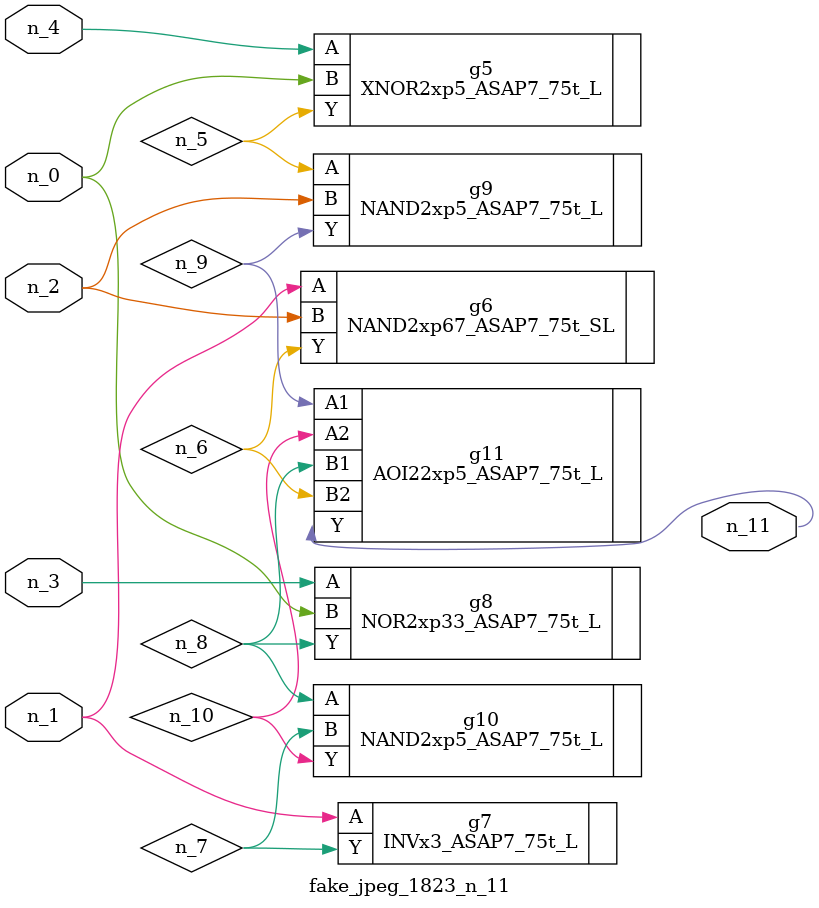
<source format=v>
module fake_jpeg_1823_n_11 (n_3, n_2, n_1, n_0, n_4, n_11);

input n_3;
input n_2;
input n_1;
input n_0;
input n_4;

output n_11;

wire n_10;
wire n_8;
wire n_9;
wire n_6;
wire n_5;
wire n_7;

XNOR2xp5_ASAP7_75t_L g5 ( 
.A(n_4),
.B(n_0),
.Y(n_5)
);

NAND2xp67_ASAP7_75t_SL g6 ( 
.A(n_1),
.B(n_2),
.Y(n_6)
);

INVx3_ASAP7_75t_L g7 ( 
.A(n_1),
.Y(n_7)
);

NOR2xp33_ASAP7_75t_L g8 ( 
.A(n_3),
.B(n_0),
.Y(n_8)
);

NAND2xp5_ASAP7_75t_L g9 ( 
.A(n_5),
.B(n_2),
.Y(n_9)
);

AOI22xp5_ASAP7_75t_L g11 ( 
.A1(n_9),
.A2(n_10),
.B1(n_8),
.B2(n_6),
.Y(n_11)
);

NAND2xp5_ASAP7_75t_L g10 ( 
.A(n_8),
.B(n_7),
.Y(n_10)
);


endmodule
</source>
